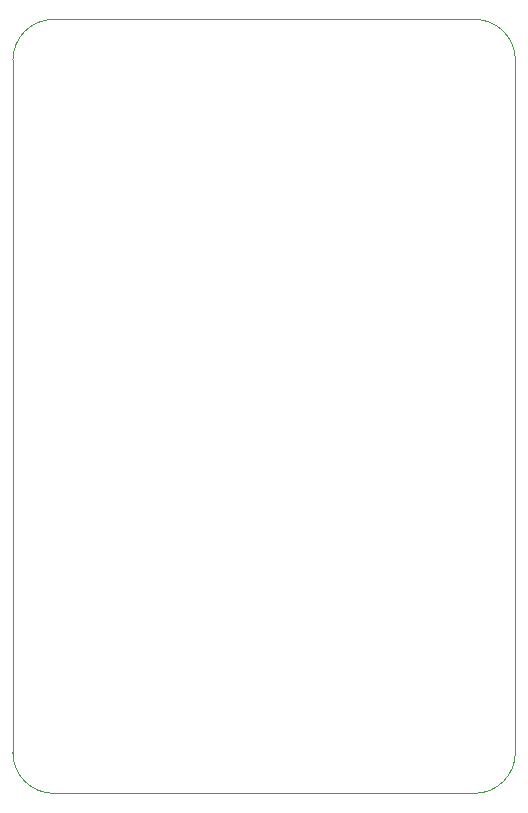
<source format=gbr>
%TF.GenerationSoftware,KiCad,Pcbnew,8.0.3*%
%TF.CreationDate,2024-06-16T21:04:04+09:00*%
%TF.ProjectId,USB_power,5553425f-706f-4776-9572-2e6b69636164,rev?*%
%TF.SameCoordinates,PX79d7e50PY830c570*%
%TF.FileFunction,Profile,NP*%
%FSLAX46Y46*%
G04 Gerber Fmt 4.6, Leading zero omitted, Abs format (unit mm)*
G04 Created by KiCad (PCBNEW 8.0.3) date 2024-06-16 21:04:04*
%MOMM*%
%LPD*%
G01*
G04 APERTURE LIST*
%TA.AperFunction,Profile*%
%ADD10C,0.050000*%
%TD*%
G04 APERTURE END LIST*
D10*
X3455518Y65526482D02*
X39100518Y65526482D01*
X39100518Y-5518D02*
X3455518Y-5518D01*
X39100518Y65526482D02*
G75*
G02*
X42550482Y62076482I-18J-3449982D01*
G01*
X42550518Y3444482D02*
G75*
G02*
X39100518Y-5518I-3450018J18D01*
G01*
X5518Y62076482D02*
G75*
G02*
X3455518Y65526482I3449982J18D01*
G01*
X3455518Y-5518D02*
G75*
G02*
X5482Y3444482I-18J3450018D01*
G01*
X5518Y3444482D02*
X5518Y62076482D01*
X42550518Y62076482D02*
X42550518Y3444482D01*
M02*

</source>
